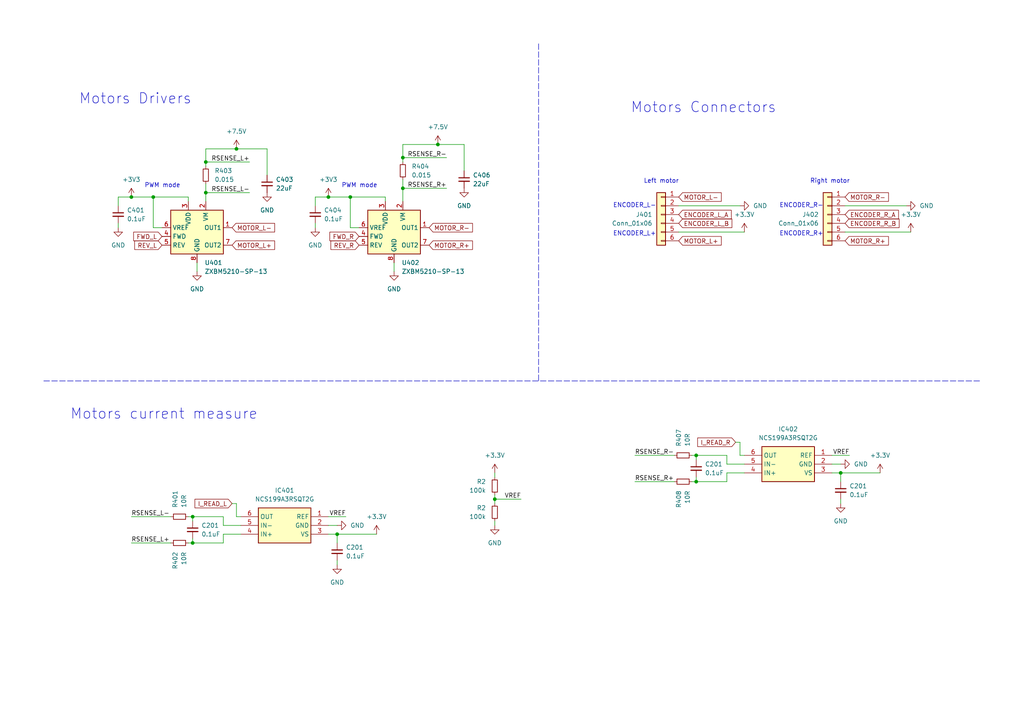
<source format=kicad_sch>
(kicad_sch (version 20230121) (generator eeschema)
  (paper "A4")
  (title_block (title "Robot chat - Motor drivers") (date "2023-09-19") (rev "1.0") (company "ENSEA"))
  (lib_symbols
    (symbol "Connector_Generic:Conn_01x06" (pin_names (offset 1.016) hide)
      (property "Reference" "J" (at 0 7.62 0))
      (property "Value" "Conn_01x06" (at 0 -10.16 0))
      (symbol "Conn_01x06_1_1"
        (rectangle (start -1.27 -7.493) (end 0 -7.747) (stroke (width 0.1524)))
        (rectangle (start -1.27 -4.953) (end 0 -5.207) (stroke (width 0.1524)))
        (rectangle (start -1.27 -2.413) (end 0 -2.667) (stroke (width 0.1524)))
        (rectangle (start -1.27 0.127) (end 0 -0.127) (stroke (width 0.1524)))
        (rectangle (start -1.27 2.667) (end 0 2.413) (stroke (width 0.1524)))
        (rectangle (start -1.27 5.207) (end 0 4.953) (stroke (width 0.1524)))
        (rectangle (start -1.27 6.35) (end 1.27 -8.89) (stroke (width 0.254)) (fill (type background)))
        (pin passive line (at -5.08 5.08 0) (length 3.81) (name "Pin_1") (number "1"))
        (pin passive line (at -5.08 2.54 0) (length 3.81) (name "Pin_2") (number "2"))
        (pin passive line (at -5.08 0 0) (length 3.81) (name "Pin_3") (number "3"))
        (pin passive line (at -5.08 -2.54 0) (length 3.81) (name "Pin_4") (number "4"))
        (pin passive line (at -5.08 -5.08 0) (length 3.81) (name "Pin_5") (number "5"))
        (pin passive line (at -5.08 -7.62 0) (length 3.81) (name "Pin_6") (number "6"))
      )
    )
    (symbol "Device:C_Small" (pin_numbers hide) (pin_names (offset 0.254) hide)
      (property "Reference" "C" (at 0.254 1.778 0))
      (property "Value" "C_Small" (at 0.254 -2.032 0))
      (symbol "C_Small_0_1"
        (polyline (pts (xy -1.524 -0.508) (xy 1.524 -0.508)) (stroke (width 0.3302)))
        (polyline (pts (xy -1.524 0.508) (xy 1.524 0.508)) (stroke (width 0.3048)))
      )
      (symbol "C_Small_1_1"
        (pin passive line (at 0 2.54 270) (length 2.032) (name "~") (number "1"))
        (pin passive line (at 0 -2.54 90) (length 2.032) (name "~") (number "2"))
      )
    )
    (symbol "Device:R_Small" (pin_numbers hide) (pin_names (offset 0.254) hide)
      (property "Reference" "R" (at 0.762 0.508 0))
      (property "Value" "R_Small" (at 0.762 -1.016 0))
      (symbol "R_Small_0_1"
        (rectangle (start -0.762 1.778) (end 0.762 -1.778) (stroke (width 0.2032)))
      )
      (symbol "R_Small_1_1"
        (pin passive line (at 0 2.54 270) (length 0.762) (name "~") (number "1"))
        (pin passive line (at 0 -2.54 90) (length 0.762) (name "~") (number "2"))
      )
    )
    (symbol "Driver_Motor:ZXBM5210-S"
      (property "Reference" "U" (at -7.62 8.89 0))
      (property "Value" "ZXBM5210-S" (at 10.16 8.89 0))
      (symbol "ZXBM5210-S_0_0"
        (pin output line (at 10.16 2.54 180) (length 2.54) (name "OUT1") (number "1"))
        (pin power_in line (at 2.54 10.16 270) (length 2.54) (name "VM") (number "2"))
        (pin power_in line (at -2.54 10.16 270) (length 2.54) (name "VDD") (number "3"))
        (pin input line (at -10.16 0 0) (length 2.54) (name "FWD") (number "4"))
        (pin input line (at -10.16 -2.54 0) (length 2.54) (name "REV") (number "5"))
        (pin input line (at -10.16 2.54 0) (length 2.54) (name "VREF") (number "6"))
        (pin output line (at 10.16 -2.54 180) (length 2.54) (name "OUT2") (number "7"))
        (pin power_in line (at 0 -7.62 90) (length 2.54) (name "GND") (number "8"))
      )
      (symbol "ZXBM5210-S_0_1"
        (rectangle (start -7.62 7.62) (end 7.62 -5.08) (stroke (width 0.254)) (fill (type background)))
      )
    )
    (symbol "NCS199A3RSQT2G:NCS199A3RSQT2G"
      (property "Reference" "IC" (at 21.59 7.62 0))
      (property "Value" "NCS199A3RSQT2G" (at 21.59 5.08 0))
      (symbol "NCS199A3RSQT2G_1_1"
        (rectangle (start 5.08 2.54) (end 20.32 -7.62) (stroke (width 0.254)) (fill (type background)))
        (pin passive line (at 0 0 0) (length 5.08) (name "REF") (number "1"))
        (pin passive line (at 0 -2.54 0) (length 5.08) (name "GND") (number "2"))
        (pin passive line (at 0 -5.08 0) (length 5.08) (name "VS") (number "3"))
        (pin passive line (at 25.4 -5.08 180) (length 5.08) (name "IN+") (number "4"))
        (pin passive line (at 25.4 -2.54 180) (length 5.08) (name "IN-") (number "5"))
        (pin passive line (at 25.4 0 180) (length 5.08) (name "OUT") (number "6"))
      )
    )
    (symbol "power:+3.3V" (power) (pin_names (offset 0))
      (property "Value" "+3.3V" (at 0 3.556 0))
      (symbol "+3.3V_0_1"
        (polyline (pts (xy -0.762 1.27) (xy 0 2.54)))
        (polyline (pts (xy 0 0) (xy 0 2.54)))
        (polyline (pts (xy 0 2.54) (xy 0.762 1.27)))
      )
      (symbol "+3.3V_1_1"
        (pin power_in line (at 0 0 90) (length 0) hide (name "+3.3V") (number "1"))
      )
    )
    (symbol "power:+3V3" (power) (pin_names (offset 0))
      (property "Value" "+3V3" (at 0 3.556 0))
      (symbol "+3V3_0_1"
        (polyline (pts (xy -0.762 1.27) (xy 0 2.54)))
        (polyline (pts (xy 0 0) (xy 0 2.54)))
        (polyline (pts (xy 0 2.54) (xy 0.762 1.27)))
      )
      (symbol "+3V3_1_1"
        (pin power_in line (at 0 0 90) (length 0) hide (name "+3V3") (number "1"))
      )
    )
    (symbol "power:+7.5V" (power) (pin_names (offset 0))
      (property "Value" "+7.5V" (at 0 3.556 0))
      (symbol "+7.5V_0_1"
        (polyline (pts (xy -0.762 1.27) (xy 0 2.54)))
        (polyline (pts (xy 0 0) (xy 0 2.54)))
        (polyline (pts (xy 0 2.54) (xy 0.762 1.27)))
      )
      (symbol "+7.5V_1_1"
        (pin power_in line (at 0 0 90) (length 0) hide (name "+7.5V") (number "1"))
      )
    )
    (symbol "power:GND" (power) (pin_names (offset 0))
      (property "Value" "GND" (at 0 -3.81 0))
      (symbol "GND_0_1"
        (polyline (pts (xy 0 0) (xy 0 -1.27) (xy 1.27 -1.27) (xy 0 -2.54) (xy -1.27 -1.27) (xy 0 -1.27)))
      )
      (symbol "GND_1_1"
        (pin power_in line (at 0 0 270) (length 0) hide (name "GND") (number "1"))
      )
    )
  )
  (junction (at 116.84 54.61))
  (junction (at 97.79 154.94))
  (junction (at 143.51 144.78))
  (junction (at 44.45 57.15))
  (junction (at 55.88 149.86))
  (junction (at 55.88 157.48))
  (junction (at 116.84 45.72))
  (junction (at 59.69 46.99))
  (junction (at 243.84 137.16))
  (junction (at 127 41.91))
  (junction (at 201.93 132.08))
  (junction (at 38.1 57.15))
  (junction (at 201.93 139.7))
  (junction (at 59.69 55.88))
  (junction (at 95.25 57.15))
  (junction (at 101.6 57.15))
  (junction (at 68.58 43.18))
  (wire (pts (xy 59.69 43.18) (xy 68.58 43.18)))
  (wire (pts (xy 77.47 43.18) (xy 77.47 50.8)))
  (wire (pts (xy 95.25 57.15) (xy 101.6 57.15)))
  (wire (pts (xy 97.79 162.56) (xy 97.79 163.83)))
  (wire (pts (xy 97.79 157.48) (xy 97.79 154.94)))
  (wire (pts (xy 38.1 149.86) (xy 49.53 149.86)))
  (wire (pts (xy 245.11 67.31) (xy 264.16 67.31)))
  (wire (pts (xy 57.15 76.2) (xy 57.15 78.74)))
  (wire (pts (xy 116.84 54.61) (xy 116.84 52.07)))
  (wire (pts (xy 68.58 146.05) (xy 68.58 149.86)))
  (wire (pts (xy 243.84 139.7) (xy 243.84 137.16)))
  (wire (pts (xy 97.79 154.94) (xy 109.22 154.94)))
  (wire (pts (xy 91.44 59.69) (xy 91.44 57.15)))
  (wire (pts (xy 91.44 57.15) (xy 95.25 57.15)))
  (wire (pts (xy 59.69 46.99) (xy 59.69 43.18)))
  (polyline (pts (xy 156.21 12.7) (xy 156.21 110.49)) (stroke (width 0) (type dash)))
  (wire (pts (xy 214.63 132.08) (xy 215.9 132.08)))
  (wire (pts (xy 210.82 132.08) (xy 201.93 132.08)))
  (wire (pts (xy 114.3 76.2) (xy 114.3 78.74)))
  (wire (pts (xy 46.99 66.04) (xy 44.45 66.04)))
  (wire (pts (xy 68.58 149.86) (xy 69.85 149.86)))
  (wire (pts (xy 127 41.91) (xy 134.62 41.91)))
  (wire (pts (xy 34.29 59.69) (xy 34.29 57.15)))
  (wire (pts (xy 134.62 41.91) (xy 134.62 49.53)))
  (wire (pts (xy 246.38 132.08) (xy 241.3 132.08)))
  (wire (pts (xy 34.29 57.15) (xy 38.1 57.15)))
  (wire (pts (xy 38.1 57.15) (xy 44.45 57.15)))
  (wire (pts (xy 55.88 157.48) (xy 64.77 157.48)))
  (wire (pts (xy 195.58 139.7) (xy 184.15 139.7)))
  (wire (pts (xy 95.25 152.4) (xy 97.79 152.4)))
  (wire (pts (xy 116.84 54.61) (xy 116.84 58.42)))
  (wire (pts (xy 59.69 58.42) (xy 59.69 55.88)))
  (wire (pts (xy 116.84 46.99) (xy 116.84 45.72)))
  (wire (pts (xy 104.14 66.04) (xy 101.6 66.04)))
  (wire (pts (xy 201.93 139.7) (xy 210.82 139.7)))
  (wire (pts (xy 55.88 157.48) (xy 55.88 156.21)))
  (wire (pts (xy 64.77 157.48) (xy 64.77 154.94)))
  (wire (pts (xy 196.85 67.31) (xy 215.9 67.31)))
  (wire (pts (xy 44.45 66.04) (xy 44.45 57.15)))
  (wire (pts (xy 129.54 54.61) (xy 116.84 54.61)))
  (wire (pts (xy 184.15 132.08) (xy 195.58 132.08)))
  (wire (pts (xy 67.31 146.05) (xy 68.58 146.05)))
  (wire (pts (xy 54.61 157.48) (xy 55.88 157.48)))
  (wire (pts (xy 200.66 132.08) (xy 201.93 132.08)))
  (wire (pts (xy 210.82 139.7) (xy 210.82 137.16)))
  (wire (pts (xy 129.54 45.72) (xy 116.84 45.72)))
  (wire (pts (xy 44.45 57.15) (xy 54.61 57.15)))
  (wire (pts (xy 101.6 57.15) (xy 111.76 57.15)))
  (wire (pts (xy 215.9 134.62) (xy 210.82 134.62)))
  (wire (pts (xy 72.39 55.88) (xy 59.69 55.88)))
  (wire (pts (xy 210.82 137.16) (xy 215.9 137.16)))
  (wire (pts (xy 59.69 55.88) (xy 59.69 53.34)))
  (wire (pts (xy 101.6 66.04) (xy 101.6 57.15)))
  (wire (pts (xy 214.63 128.27) (xy 214.63 132.08)))
  (wire (pts (xy 243.84 137.16) (xy 255.27 137.16)))
  (wire (pts (xy 243.84 144.78) (xy 243.84 146.05)))
  (wire (pts (xy 213.36 128.27) (xy 214.63 128.27)))
  (wire (pts (xy 143.51 151.13) (xy 143.51 152.4)))
  (wire (pts (xy 143.51 144.78) (xy 143.51 146.05)))
  (wire (pts (xy 69.85 152.4) (xy 64.77 152.4)))
  (wire (pts (xy 196.85 59.69) (xy 214.63 59.69)))
  (wire (pts (xy 201.93 139.7) (xy 201.93 138.43)))
  (wire (pts (xy 34.29 64.77) (xy 34.29 66.04)))
  (wire (pts (xy 143.51 144.78) (xy 151.13 144.78)))
  (wire (pts (xy 100.33 149.86) (xy 95.25 149.86)))
  (wire (pts (xy 91.44 64.77) (xy 91.44 66.04)))
  (wire (pts (xy 116.84 41.91) (xy 127 41.91)))
  (wire (pts (xy 200.66 139.7) (xy 201.93 139.7)))
  (wire (pts (xy 201.93 132.08) (xy 201.93 133.35)))
  (wire (pts (xy 59.69 48.26) (xy 59.69 46.99)))
  (wire (pts (xy 245.11 59.69) (xy 262.89 59.69)))
  (wire (pts (xy 243.84 137.16) (xy 241.3 137.16)))
  (wire (pts (xy 54.61 57.15) (xy 54.61 58.42)))
  (wire (pts (xy 55.88 149.86) (xy 55.88 151.13)))
  (wire (pts (xy 97.79 154.94) (xy 95.25 154.94)))
  (wire (pts (xy 64.77 149.86) (xy 55.88 149.86)))
  (wire (pts (xy 143.51 143.51) (xy 143.51 144.78)))
  (wire (pts (xy 68.58 43.18) (xy 77.47 43.18)))
  (polyline (pts (xy 12.7 110.49) (xy 284.48 110.49)) (stroke (width 0) (type dash)))
  (wire (pts (xy 64.77 154.94) (xy 69.85 154.94)))
  (wire (pts (xy 210.82 134.62) (xy 210.82 132.08)))
  (wire (pts (xy 64.77 152.4) (xy 64.77 149.86)))
  (wire (pts (xy 54.61 149.86) (xy 55.88 149.86)))
  (wire (pts (xy 241.3 134.62) (xy 243.84 134.62)))
  (wire (pts (xy 111.76 57.15) (xy 111.76 58.42)))
  (wire (pts (xy 143.51 137.16) (xy 143.51 138.43)))
  (wire (pts (xy 116.84 45.72) (xy 116.84 41.91)))
  (wire (pts (xy 49.53 157.48) (xy 38.1 157.48)))
  (wire (pts (xy 72.39 46.99) (xy 59.69 46.99)))
  (text "PWM mode" (at 41.91 54.61 0) (effects (font (size 1.27 1.27)) (justify left bottom)))
  (text "Left motor" (at 186.69 53.34 0) (effects (font (size 1.27 1.27)) (justify left bottom)))
  (text "Motors Connectors" (at 182.88 33.02 0) (effects (font (size 3 3)) (justify left bottom)))
  (text "PWM mode" (at 99.06 54.61 0) (effects (font (size 1.27 1.27)) (justify left bottom)))
  (text "Motors Drivers" (at 22.86 30.48 0) (effects (font (size 3 3)) (justify left bottom)))
  (text "ENCODER_L-\n\n\n\nENCODER_L+" (at 177.8 68.58 0) (effects (font (size 1.27 1.27)) (justify left bottom)))
  (text "ENCODER_R-\n\n\n\nENCODER_R+" (at 226.06 68.58 0) (effects (font (size 1.27 1.27)) (justify left bottom)))
  (text "Right motor" (at 234.95 53.34 0) (effects (font (size 1.27 1.27)) (justify left bottom)))
  (text "Motors current measure" (at 20.32 121.92 0) (effects (font (size 3 3)) (justify left bottom)))
  (label "RSENSE_L+" (at 72.39 46.99 180))
  (label "VREF" (at 100.33 149.86 180))
  (label "RSENSE_L-" (at 72.39 55.88 180))
  (label "VREF" (at 246.38 132.08 180))
  (label "RSENSE_R+" (at 129.54 54.61 180))
  (label "RSENSE_R-" (at 184.15 132.08 0))
  (label "RSENSE_R-" (at 129.54 45.72 180))
  (label "RSENSE_L-" (at 38.1 149.86 0))
  (label "RSENSE_R+" (at 184.15 139.7 0))
  (label "VREF" (at 151.13 144.78 180))
  (label "RSENSE_L+" (at 38.1 157.48 0))
  (global_label "MOTOR_L-" (shape input) (at 67.31 66.04 0) (property "Intersheetrefs" "${INTERSHEET_REFS}" (effects hide)))
  (global_label "FWD_L" (shape input) (at 46.99 68.58 180) (property "Intersheetrefs" "${INTERSHEET_REFS}" (effects hide)))
  (global_label "MOTOR_R-" (shape input) (at 124.46 66.04 0) (property "Intersheetrefs" "${INTERSHEET_REFS}" (effects hide)))
  (global_label "MOTOR_L+" (shape input) (at 67.31 71.12 0) (property "Intersheetrefs" "${INTERSHEET_REFS}" (effects hide)))
  (global_label "REV_R" (shape input) (at 104.14 71.12 180) (property "Intersheetrefs" "${INTERSHEET_REFS}" (effects hide)))
  (global_label "I_READ_R" (shape input) (at 213.36 128.27 180) (property "Intersheetrefs" "${INTERSHEET_REFS}" (effects hide)))
  (global_label "I_READ_L" (shape input) (at 67.31 146.05 180) (property "Intersheetrefs" "${INTERSHEET_REFS}" (effects hide)))
  (global_label "ENCODER_L_B" (shape input) (at 196.85 64.77 0) (property "Intersheetrefs" "${INTERSHEET_REFS}" (effects hide)))
  (global_label "MOTOR_R+" (shape input) (at 245.11 69.85 0) (property "Intersheetrefs" "${INTERSHEET_REFS}" (effects hide)))
  (global_label "ENCODER_L_A" (shape input) (at 196.85 62.23 0) (property "Intersheetrefs" "${INTERSHEET_REFS}" (effects hide)))
  (global_label "ENCODER_R_A" (shape input) (at 245.11 62.23 0) (property "Intersheetrefs" "${INTERSHEET_REFS}" (effects hide)))
  (global_label "MOTOR_R-" (shape input) (at 245.11 57.15 0) (property "Intersheetrefs" "${INTERSHEET_REFS}" (effects hide)))
  (global_label "REV_L" (shape input) (at 46.99 71.12 180) (property "Intersheetrefs" "${INTERSHEET_REFS}" (effects hide)))
  (global_label "MOTOR_L-" (shape input) (at 196.85 57.15 0) (property "Intersheetrefs" "${INTERSHEET_REFS}" (effects hide)))
  (global_label "FWD_R" (shape input) (at 104.14 68.58 180) (property "Intersheetrefs" "${INTERSHEET_REFS}" (effects hide)))
  (global_label "MOTOR_L+" (shape input) (at 196.85 69.85 0) (property "Intersheetrefs" "${INTERSHEET_REFS}" (effects hide)))
  (global_label "MOTOR_R+" (shape input) (at 124.46 71.12 0) (property "Intersheetrefs" "${INTERSHEET_REFS}" (effects hide)))
  (global_label "ENCODER_R_B" (shape input) (at 245.11 64.77 0) (property "Intersheetrefs" "${INTERSHEET_REFS}" (effects hide)))
  (symbol (lib_id "power:GND") (at 143.51 152.4 0) (unit 1)
    (property "Reference" "#PWR0415" (effects hide))
    (property "Value" "GND" (at 143.51 157.48 0))
  )
  (symbol (lib_id "power:GND") (at 34.29 66.04 0) (unit 1)
    (property "Reference" "#PWR0401" (effects hide))
    (property "Value" "GND" (at 34.29 71.12 0))
  )
  (symbol (lib_id "power:+7.5V") (at 68.58 43.18 0) (unit 1)
    (property "Reference" "#PWR0404" (effects hide))
    (property "Value" "+7.5V" (at 68.58 38.1 0))
  )
  (symbol (lib_id "Device:R_Small") (at 198.12 139.7 90) (mirror x) (unit 1)
    (property "Reference" "R408" (at 196.85 142.24 0) (effects (justify left)))
    (property "Value" "10R" (at 199.39 142.24 0) (effects (justify left)))
    (property "Footprint" "Resistor_SMD:R_0603_1608Metric" (effects hide))
  )
  (symbol (lib_id "Device:C_Small") (at 34.29 62.23 0) (unit 1)
    (property "Reference" "C401" (at 36.83 60.9663 0) (effects (justify left)))
    (property "Value" "0.1uF" (at 36.83 63.5063 0) (effects (justify left)))
    (property "Footprint" "Capacitor_SMD:C_0603_1608Metric" (effects hide))
  )
  (symbol (lib_id "power:GND") (at 77.47 55.88 0) (unit 1)
    (property "Reference" "#PWR0405" (effects hide))
    (property "Value" "GND" (at 77.47 60.96 0))
  )
  (symbol (lib_id "Connector_Generic:Conn_01x06") (at 240.03 62.23 0) (mirror y) (unit 1)
    (property "Reference" "J402" (at 237.49 62.23 0) (effects (justify left)))
    (property "Value" "Conn_01x06" (at 237.49 64.77 0) (effects (justify left)))
  )
  (symbol (lib_id "power:+3V3") (at 95.25 57.15 0) (unit 1)
    (property "Reference" "#PWR0407" (effects hide))
    (property "Value" "+3V3" (at 95.25 52.07 0))
  )
  (symbol (lib_id "power:GND") (at 243.84 146.05 0) (unit 1)
    (property "Reference" "#PWR0419" (effects hide))
    (property "Value" "GND" (at 243.84 151.13 0))
  )
  (symbol (lib_id "Device:R_Small") (at 59.69 50.8 0) (unit 1)
    (property "Reference" "R403" (at 62.23 49.53 0) (effects (justify left)))
    (property "Value" "0.015" (at 62.23 52.07 0) (effects (justify left)))
    (property "Footprint" "Resistor_SMD:R_0805_2012Metric" (effects hide))
  )
  (symbol (lib_id "power:GND") (at 262.89 59.69 90) (unit 1)
    (property "Reference" "#PWR0421" (effects hide))
    (property "Value" "GND" (at 266.7 59.69 90) (effects (justify right)))
  )
  (symbol (lib_id "power:GND") (at 214.63 59.69 90) (unit 1)
    (property "Reference" "#PWR0416" (effects hide))
    (property "Value" "GND" (at 218.44 59.69 90) (effects (justify right)))
  )
  (symbol (lib_id "power:GND") (at 97.79 152.4 90) (unit 1)
    (property "Reference" "#PWR0408" (effects hide))
    (property "Value" "GND" (at 101.6 152.4 90) (effects (justify right)))
  )
  (symbol (lib_id "power:GND") (at 134.62 54.61 0) (unit 1)
    (property "Reference" "#PWR0413" (effects hide))
    (property "Value" "GND" (at 134.62 59.69 0))
  )
  (symbol (lib_id "Device:C_Small") (at 243.84 142.24 0) (unit 1)
    (property "Reference" "C201" (at 246.38 140.9763 0) (effects (justify left)))
    (property "Value" "0.1uF" (at 246.38 143.5163 0) (effects (justify left)))
    (property "Footprint" "Capacitor_SMD:C_0603_1608Metric" (effects hide))
    (instances (project "robot_chat" (path "" (reference "C201") (unit 1)) (path "" (reference "C408") (unit 1))))
  )
  (symbol (lib_id "Connector_Generic:Conn_01x06") (at 191.77 62.23 0) (mirror y) (unit 1)
    (property "Reference" "J401" (at 189.23 62.23 0) (effects (justify left)))
    (property "Value" "Conn_01x06" (at 189.23 64.77 0) (effects (justify left)))
  )
  (symbol (lib_id "power:GND") (at 57.15 78.74 0) (unit 1)
    (property "Reference" "#PWR0403" (effects hide))
    (property "Value" "GND" (at 57.15 83.82 0))
  )
  (symbol (lib_id "power:+7.5V") (at 127 41.91 0) (unit 1)
    (property "Reference" "#PWR0412" (effects hide))
    (property "Value" "+7.5V" (at 127 36.83 0))
  )
  (symbol (lib_id "power:+3.3V") (at 215.9 67.31 0) (unit 1)
    (property "Reference" "#PWR0417" (effects hide))
    (property "Value" "+3.3V" (at 215.9 62.23 0))
  )
  (symbol (lib_id "NCS199A3RSQT2G:NCS199A3RSQT2G") (at 241.3 132.08 0) (mirror y) (unit 1)
    (property "Reference" "IC402" (at 228.6 124.46 0))
    (property "Value" "NCS199A3RSQT2G" (at 228.6 127 0))
    (property "Footprint" "Package_TO_SOT_SMD:SOT-363_SC-70-6" (effects hide))
    (property "Datasheet" "http://www.onsemi.com/pub/Collateral/NCS199A1R-D.PDF" (effects hide))
    (property "Height" "1.1" (effects hide))
    (property "Mouser Part Number" "863-NCS199A3RSQT2G" (effects hide))
    (property "Mouser Price/Stock" "https://www.mouser.co.uk/ProductDetail/onsemi/NCS199A3RSQT2G?qs=MLItCLRbWszD4w0oil3kbg%3D%3D" (effects hide))
    (property "Manufacturer_Name" "onsemi" (effects hide))
    (property "Manufacturer_Part_Number" "NCS199A3RSQT2G" (effects hide))
  )
  (symbol (lib_id "power:GND") (at 243.84 134.62 90) (unit 1)
    (property "Reference" "#PWR0418" (effects hide))
    (property "Value" "GND" (at 247.65 134.62 90) (effects (justify right)))
  )
  (symbol (lib_id "Driver_Motor:ZXBM5210-S") (at 114.3 68.58 0) (unit 1)
    (property "Reference" "U402" (at 116.4941 76.2 0) (effects (justify left)))
    (property "Value" "ZXBM5210-SP-13" (at 116.4941 78.74 0) (effects (justify left)))
    (property "Footprint" "Package_SO:SOIC-8-1EP_3.9x4.9mm_P1.27mm_EP2.62x3.51mm_ThermalVias" (effects hide))
    (property "Datasheet" "https://www.diodes.com/assets/Datasheets/ZXBM5210.pdf" (effects hide))
  )
  (symbol (lib_id "Device:C_Small") (at 201.93 135.89 0) (unit 1)
    (property "Reference" "C201" (at 204.47 134.6263 0) (effects (justify left)))
    (property "Value" "0.1uF" (at 204.47 137.1663 0) (effects (justify left)))
    (property "Footprint" "Capacitor_SMD:C_0603_1608Metric" (effects hide))
    (instances (project "robot_chat" (path "" (reference "C201") (unit 1)) (path "" (reference "C407") (unit 1))))
  )
  (symbol (lib_id "power:+3.3V") (at 264.16 67.31 0) (unit 1)
    (property "Reference" "#PWR0422" (effects hide))
    (property "Value" "+3.3V" (at 264.16 62.23 0))
  )
  (symbol (lib_id "power:+3V3") (at 38.1 57.15 0) (unit 1)
    (property "Reference" "#PWR0402" (effects hide))
    (property "Value" "+3V3" (at 38.1 52.07 0))
  )
  (symbol (lib_id "power:GND") (at 114.3 78.74 0) (unit 1)
    (property "Reference" "#PWR0411" (effects hide))
    (property "Value" "GND" (at 114.3 83.82 0))
  )
  (symbol (lib_id "Device:C_Small") (at 91.44 62.23 0) (unit 1)
    (property "Reference" "C404" (at 93.98 60.9663 0) (effects (justify left)))
    (property "Value" "0.1uF" (at 93.98 63.5063 0) (effects (justify left)))
    (property "Footprint" "Capacitor_SMD:C_0603_1608Metric" (effects hide))
  )
  (symbol (lib_id "Device:R_Small") (at 143.51 140.97 0) (mirror y) (unit 1)
    (property "Reference" "R2" (at 140.97 139.7 0) (effects (justify left)))
    (property "Value" "100k" (at 140.97 142.24 0) (effects (justify left)))
    (property "Footprint" "Resistor_SMD:R_0603_1608Metric" (effects hide))
    (instances (project "robot_chat" (path "" (reference "R2") (unit 1)) (path "" (reference "R405") (unit 1))))
  )
  (symbol (lib_id "Device:C_Small") (at 77.47 53.34 0) (unit 1)
    (property "Reference" "C403" (at 80.01 52.0763 0) (effects (justify left)))
    (property "Value" "22uF" (at 80.01 54.6163 0) (effects (justify left)))
    (property "Footprint" "Capacitor_SMD:C_0805_2012Metric" (effects hide))
  )
  (symbol (lib_id "Device:R_Small") (at 198.12 132.08 90) (unit 1)
    (property "Reference" "R407" (at 196.85 129.54 0) (effects (justify left)))
    (property "Value" "10R" (at 199.39 129.54 0) (effects (justify left)))
    (property "Footprint" "Resistor_SMD:R_0603_1608Metric" (effects hide))
  )
  (symbol (lib_id "Device:R_Small") (at 52.07 149.86 90) (unit 1)
    (property "Reference" "R401" (at 50.8 147.32 0) (effects (justify left)))
    (property "Value" "10R" (at 53.34 147.32 0) (effects (justify left)))
    (property "Footprint" "Resistor_SMD:R_0603_1608Metric" (effects hide))
  )
  (symbol (lib_id "power:GND") (at 97.79 163.83 0) (unit 1)
    (property "Reference" "#PWR0409" (effects hide))
    (property "Value" "GND" (at 97.79 168.91 0))
  )
  (symbol (lib_id "power:+3.3V") (at 255.27 137.16 0) (unit 1)
    (property "Reference" "#PWR0420" (effects hide))
    (property "Value" "+3.3V" (at 255.27 132.08 0))
  )
  (symbol (lib_id "Driver_Motor:ZXBM5210-S") (at 57.15 68.58 0) (unit 1)
    (property "Reference" "U401" (at 59.3441 76.2 0) (effects (justify left)))
    (property "Value" "ZXBM5210-SP-13" (at 59.3441 78.74 0) (effects (justify left)))
    (property "Footprint" "Package_SO:SOIC-8-1EP_3.9x4.9mm_P1.27mm_EP2.62x3.51mm_ThermalVias" (effects hide))
    (property "Datasheet" "https://www.diodes.com/assets/Datasheets/ZXBM5210.pdf" (effects hide))
  )
  (symbol (lib_id "NCS199A3RSQT2G:NCS199A3RSQT2G") (at 95.25 149.86 0) (mirror y) (unit 1)
    (property "Reference" "IC401" (at 82.55 142.24 0))
    (property "Value" "NCS199A3RSQT2G" (at 82.55 144.78 0))
    (property "Footprint" "Package_TO_SOT_SMD:SOT-363_SC-70-6" (effects hide))
    (property "Datasheet" "http://www.onsemi.com/pub/Collateral/NCS199A1R-D.PDF" (effects hide))
    (property "Height" "1.1" (effects hide))
    (property "Mouser Part Number" "863-NCS199A3RSQT2G" (effects hide))
    (property "Mouser Price/Stock" "https://www.mouser.co.uk/ProductDetail/onsemi/NCS199A3RSQT2G?qs=MLItCLRbWszD4w0oil3kbg%3D%3D" (effects hide))
    (property "Manufacturer_Name" "onsemi" (effects hide))
    (property "Manufacturer_Part_Number" "NCS199A3RSQT2G" (effects hide))
  )
  (symbol (lib_id "Device:R_Small") (at 52.07 157.48 90) (mirror x) (unit 1)
    (property "Reference" "R402" (at 50.8 160.02 0) (effects (justify left)))
    (property "Value" "10R" (at 53.34 160.02 0) (effects (justify left)))
    (property "Footprint" "Resistor_SMD:R_0603_1608Metric" (effects hide))
  )
  (symbol (lib_id "power:+3.3V") (at 109.22 154.94 0) (unit 1)
    (property "Reference" "#PWR0410" (effects hide))
    (property "Value" "+3.3V" (at 109.22 149.86 0))
  )
  (symbol (lib_id "Device:C_Small") (at 134.62 52.07 0) (unit 1)
    (property "Reference" "C406" (at 137.16 50.8063 0) (effects (justify left)))
    (property "Value" "22uF" (at 137.16 53.3463 0) (effects (justify left)))
    (property "Footprint" "Capacitor_SMD:C_0805_2012Metric" (effects hide))
  )
  (symbol (lib_id "power:GND") (at 91.44 66.04 0) (unit 1)
    (property "Reference" "#PWR0406" (effects hide))
    (property "Value" "GND" (at 91.44 71.12 0))
  )
  (symbol (lib_id "Device:R_Small") (at 143.51 148.59 0) (mirror y) (unit 1)
    (property "Reference" "R2" (at 140.97 147.32 0) (effects (justify left)))
    (property "Value" "100k" (at 140.97 149.86 0) (effects (justify left)))
    (property "Footprint" "Resistor_SMD:R_0603_1608Metric" (effects hide))
    (instances (project "robot_chat" (path "" (reference "R2") (unit 1)) (path "" (reference "R406") (unit 1))))
  )
  (symbol (lib_id "Device:R_Small") (at 116.84 49.53 0) (unit 1)
    (property "Reference" "R404" (at 119.38 48.26 0) (effects (justify left)))
    (property "Value" "0.015" (at 119.38 50.8 0) (effects (justify left)))
    (property "Footprint" "Resistor_SMD:R_0805_2012Metric" (effects hide))
  )
  (symbol (lib_id "power:+3.3V") (at 143.51 137.16 0) (unit 1)
    (property "Reference" "#PWR0414" (effects hide))
    (property "Value" "+3.3V" (at 143.51 132.08 0))
  )
  (symbol (lib_id "Device:C_Small") (at 97.79 160.02 0) (unit 1)
    (property "Reference" "C201" (at 100.33 158.7563 0) (effects (justify left)))
    (property "Value" "0.1uF" (at 100.33 161.2963 0) (effects (justify left)))
    (property "Footprint" "Capacitor_SMD:C_0603_1608Metric" (effects hide))
    (instances (project "robot_chat" (path "" (reference "C201") (unit 1)) (path "" (reference "C405") (unit 1))))
  )
  (symbol (lib_id "Device:C_Small") (at 55.88 153.67 0) (unit 1)
    (property "Reference" "C201" (at 58.42 152.4063 0) (effects (justify left)))
    (property "Value" "0.1uF" (at 58.42 154.9463 0) (effects (justify left)))
    (property "Footprint" "Capacitor_SMD:C_0603_1608Metric" (effects hide))
    (instances (project "robot_chat" (path "" (reference "C201") (unit 1)) (path "" (reference "C402") (unit 1))))
  )
)
</source>
